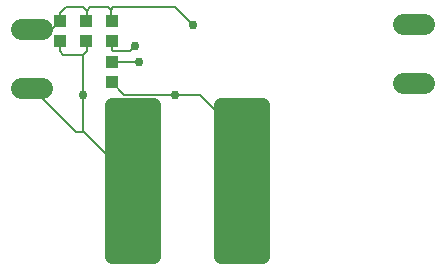
<source format=gbr>
G04 EAGLE Gerber RS-274X export*
G75*
%MOMM*%
%FSLAX34Y34*%
%LPD*%
%INBottom Copper*%
%IPPOS*%
%AMOC8*
5,1,8,0,0,1.08239X$1,22.5*%
G01*
%ADD10R,1.000000X1.100000*%
%ADD11C,1.187500*%
%ADD12C,1.790700*%
%ADD13C,0.756400*%
%ADD14C,0.152400*%


D10*
X111000Y206500D03*
X111000Y223500D03*
X111000Y188500D03*
X111000Y171500D03*
D11*
X238813Y152063D02*
X238813Y23937D01*
X203187Y23937D01*
X203187Y152063D01*
X238813Y152063D01*
X238813Y35218D02*
X203187Y35218D01*
X203187Y46499D02*
X238813Y46499D01*
X238813Y57780D02*
X203187Y57780D01*
X203187Y69061D02*
X238813Y69061D01*
X238813Y80342D02*
X203187Y80342D01*
X203187Y91623D02*
X238813Y91623D01*
X238813Y102904D02*
X203187Y102904D01*
X203187Y114185D02*
X238813Y114185D01*
X238813Y125466D02*
X203187Y125466D01*
X203187Y136747D02*
X238813Y136747D01*
X238813Y148028D02*
X203187Y148028D01*
X146813Y152063D02*
X146813Y23937D01*
X111187Y23937D01*
X111187Y152063D01*
X146813Y152063D01*
X146813Y35218D02*
X111187Y35218D01*
X111187Y46499D02*
X146813Y46499D01*
X146813Y57780D02*
X111187Y57780D01*
X111187Y69061D02*
X146813Y69061D01*
X146813Y80342D02*
X111187Y80342D01*
X111187Y91623D02*
X146813Y91623D01*
X146813Y102904D02*
X111187Y102904D01*
X111187Y114185D02*
X146813Y114185D01*
X146813Y125466D02*
X111187Y125466D01*
X111187Y136747D02*
X146813Y136747D01*
X146813Y148028D02*
X111187Y148028D01*
D10*
X67000Y206500D03*
X67000Y223500D03*
X89000Y206500D03*
X89000Y223500D03*
D12*
X357347Y221000D02*
X375254Y221000D01*
X375254Y171000D02*
X357347Y171000D01*
X52254Y217000D02*
X34347Y217000D01*
X34347Y167000D02*
X52254Y167000D01*
D13*
X180000Y220000D03*
D14*
X165000Y235000D01*
X112000Y235000D01*
X110000Y233000D01*
X110000Y224500D01*
X111000Y223500D01*
X67000Y223500D02*
X67000Y230000D01*
X72000Y235000D01*
X87000Y235000D01*
X90000Y232000D01*
X90000Y224500D01*
X89000Y223500D01*
X108000Y235000D02*
X110000Y233000D01*
X93000Y235000D02*
X90000Y232000D01*
X93000Y235000D02*
X108000Y235000D01*
X67000Y223500D02*
X60500Y217000D01*
X43300Y217000D01*
X67000Y206500D02*
X67000Y198000D01*
X70000Y195000D01*
X87000Y195000D01*
X90000Y198000D01*
X90000Y205500D01*
X89000Y206500D01*
X87500Y129500D02*
X129000Y88000D01*
X87500Y129500D02*
X87000Y130000D01*
X87000Y161000D01*
X87000Y195000D01*
X43300Y167000D02*
X80800Y129500D01*
X87500Y129500D01*
D13*
X87000Y161000D03*
X130650Y202350D03*
D14*
X126300Y198000D01*
X112000Y198000D01*
X111000Y199000D01*
X111000Y206500D01*
D13*
X134000Y189000D03*
D14*
X133500Y188500D02*
X111000Y188500D01*
X133500Y188500D02*
X134000Y189000D01*
X111000Y171500D02*
X121500Y161000D01*
X165000Y161000D01*
X186000Y161000D01*
X227000Y120000D01*
X227000Y86000D01*
X223000Y86000D01*
X221000Y88000D01*
D13*
X165000Y161000D03*
M02*

</source>
